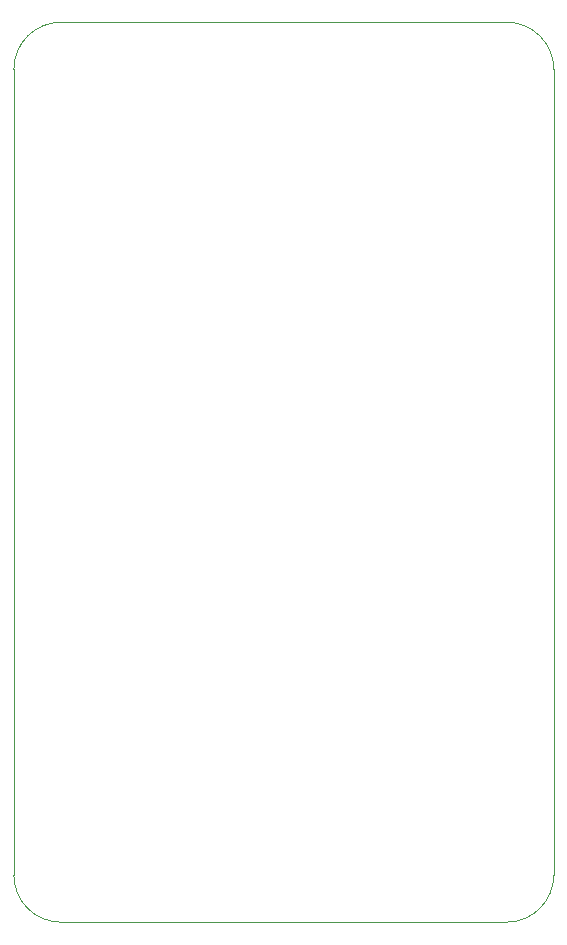
<source format=gm1>
G04 #@! TF.GenerationSoftware,KiCad,Pcbnew,8.0.1*
G04 #@! TF.CreationDate,2024-06-04T12:50:10-04:00*
G04 #@! TF.ProjectId,node_v3_1,6e6f6465-5f76-4335-9f31-2e6b69636164,rev?*
G04 #@! TF.SameCoordinates,Original*
G04 #@! TF.FileFunction,Profile,NP*
%FSLAX46Y46*%
G04 Gerber Fmt 4.6, Leading zero omitted, Abs format (unit mm)*
G04 Created by KiCad (PCBNEW 8.0.1) date 2024-06-04 12:50:10*
%MOMM*%
%LPD*%
G01*
G04 APERTURE LIST*
G04 #@! TA.AperFunction,Profile*
%ADD10C,0.050000*%
G04 #@! TD*
G04 APERTURE END LIST*
D10*
X127000000Y-123000000D02*
X127000000Y-54800000D01*
X131000000Y-127000000D02*
G75*
G02*
X127000000Y-123000000I0J4000000D01*
G01*
X168720000Y-50800000D02*
G75*
G02*
X172720000Y-54800000I0J-4000000D01*
G01*
X131000000Y-50800000D02*
X168720000Y-50800000D01*
X172720000Y-123000000D02*
G75*
G02*
X168720000Y-127000000I-4000000J0D01*
G01*
X172720000Y-54800000D02*
X172720000Y-123000000D01*
X168720000Y-127000000D02*
X131000000Y-127000000D01*
X127000000Y-54800000D02*
G75*
G02*
X131000000Y-50800000I4000000J0D01*
G01*
M02*

</source>
